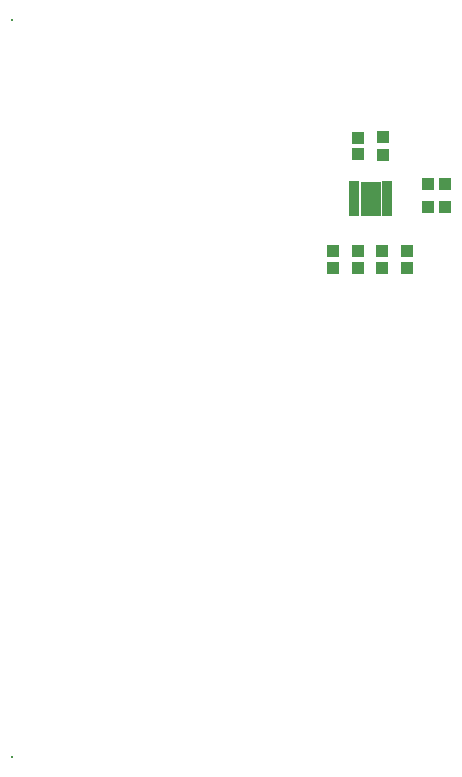
<source format=gts>
G04*
G04 #@! TF.GenerationSoftware,Altium Limited,Altium Designer,20.2.6 (244)*
G04*
G04 Layer_Color=8388736*
%FSLAX43Y43*%
%MOMM*%
G71*
G04*
G04 #@! TF.SameCoordinates,EC15BF54-4284-41A4-B97D-D3D31D67AEB8*
G04*
G04*
G04 #@! TF.FilePolarity,Negative*
G04*
G01*
G75*
%ADD19R,0.868X0.483*%
%ADD20R,1.703X2.853*%
%ADD21R,1.067X1.010*%
%ADD22R,1.003X1.103*%
%ADD23R,1.103X1.003*%
%ADD24C,0.203*%
D19*
X71749Y41825D02*
D03*
Y42325D02*
D03*
Y42825D02*
D03*
Y43325D02*
D03*
Y43825D02*
D03*
Y44325D02*
D03*
X74550D02*
D03*
Y43825D02*
D03*
Y43325D02*
D03*
Y42825D02*
D03*
Y42325D02*
D03*
Y41825D02*
D03*
D20*
X73150Y43075D02*
D03*
D21*
X74150Y37169D02*
D03*
Y38676D02*
D03*
X76227Y37169D02*
D03*
Y38676D02*
D03*
X72073Y37169D02*
D03*
Y38676D02*
D03*
X69996Y37169D02*
D03*
Y38676D02*
D03*
X74200Y46794D02*
D03*
Y48300D02*
D03*
D22*
X79439Y42325D02*
D03*
X78039D02*
D03*
X78039Y44325D02*
D03*
X79439D02*
D03*
D23*
X72100Y48247D02*
D03*
Y46847D02*
D03*
D24*
X42800Y-4225D02*
D03*
Y58205D02*
D03*
M02*

</source>
